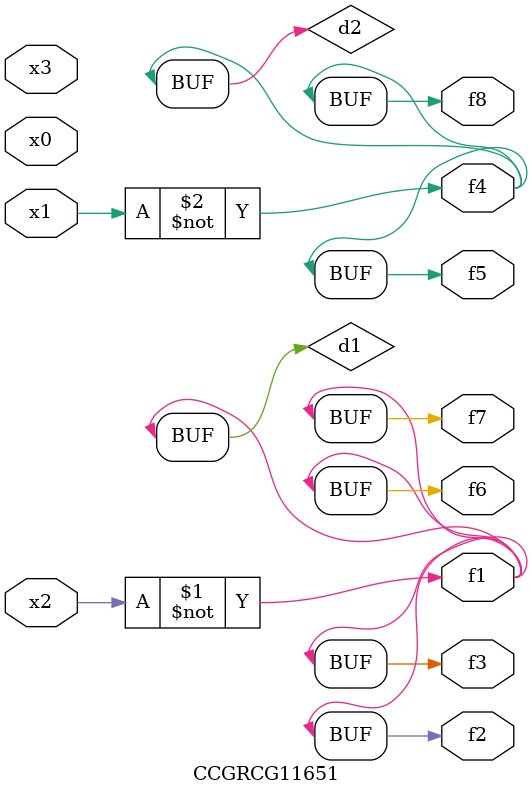
<source format=v>
module CCGRCG11651(
	input x0, x1, x2, x3,
	output f1, f2, f3, f4, f5, f6, f7, f8
);

	wire d1, d2;

	xnor (d1, x2);
	not (d2, x1);
	assign f1 = d1;
	assign f2 = d1;
	assign f3 = d1;
	assign f4 = d2;
	assign f5 = d2;
	assign f6 = d1;
	assign f7 = d1;
	assign f8 = d2;
endmodule

</source>
